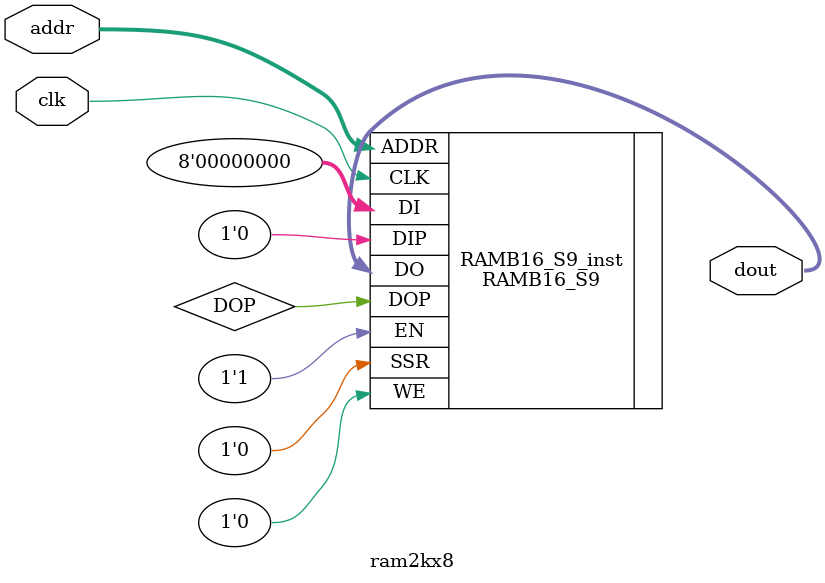
<source format=v>

module enumerator(clk,rdwr,strobe,our_addr,addr,busy_in,busy_out,
       addr_match_in,addr_match_out,datin,datout);
    input  clk;              // system clock
    input  rdwr;             // direction of this transfer. Read=1; Write=0
    input  strobe;           // true on full valid command
    input  [3:0] our_addr;   // high byte of our assigned address
    input  [11:0] addr;      // address of target peripheral
    input  busy_in;          // ==1 if a previous peripheral is busy
    output busy_out;         // ==our busy state if our address, pass through otherwise
    input  addr_match_in;    // ==1 if a previous peripheral claims the address
    output addr_match_out;   // ==1 if we claim the above address, pass through otherwise
    input  [7:0] datin ;     // Data INto the peripheral;
    output [7:0] datout ;    // Data OUTput from the peripheral, = datin if not us.
 
    wire   myread;           // ==1 if a correct read on our address
    wire   mywrite;          // ==1 if a correct write to our address
    wire   [10:0] raddr; 
    wire   [7:0] dout;
    reg    imbusy;           // I'm busy.  Needed for extra RAM access clock cycle
    reg    [10:0] addrptr;   // increments to each ROM address in turn


    ram2kx8 enumrom(clk, raddr, dout);


    initial
    begin
        imbusy = 1;   // we want to stretch the read/write strobe by one clock
        addrptr = 0;
    end


    always @(posedge clk)
    begin
        // Say we're not busy on _next_ read clock.  Default is we're busy.
        if (rdwr & strobe & (addr[11:8] == our_addr ))
        begin
            imbusy <= 0;
            if (imbusy == 0)
            begin
                addrptr <= addrptr + 11'h001;
            end
        end

        // Reset address pointer on any write
        else if (~rdwr & strobe & (addr[11:8] == our_addr ))
        begin
            addrptr <= 0;
            imbusy <= 0;
        end

        // Default is that we're busy
        else
            imbusy <= 1;
    end

        // Logic for the output pins
        assign raddr = addrptr;
        assign myread = rdwr & strobe & (addr[11:8] == our_addr );
        assign mywrite = ~rdwr & strobe & (addr[11:8] == our_addr );
        assign datout  = (myread) ? dout[7:0] : datin;
        assign busy_out = (strobe & (addr[11:8] == our_addr )) ? imbusy : busy_in;
        assign addr_match_out = myread | mywrite | addr_match_in;


endmodule
    
    
//
// A wrapper around an instance of a Xilinx RAM block.
module ram2kx8(clk, addr, dout);
    input clk;
    input [10 : 0] addr;
    output [7 : 0] dout;
 
    wire DOP;
    RAMB16_S9 #(
        .INIT(9'h000),  // Value of output RAM registers at startup
        .SRVAL(9'h000), // Output value upon SSR assertion
        .WRITE_MODE("WRITE_FIRST"), // WRITE_FIRST, READ_FIRST or NO_CHANGE
        `include "enumerator.lst"
       ) RAMB16_S9_inst (
          .DO(dout),      // 8-bit Data Output
          .DOP(DOP),      // 1-bit parity Output
          .ADDR(addr),    // 11-bit Address Input
          .CLK(clk),      // Clock
          .DI(8'h00),     // 8-bit Data Input
          .DIP(1'b0),     // 1-bit parity Input
          .EN(1'b1),      // RAM Enable Input
          .SSR(1'b0),     // Synchronous Set/Reset Input
          .WE(1'b0)       // Write Enable Input
       );
 
endmodule


</source>
